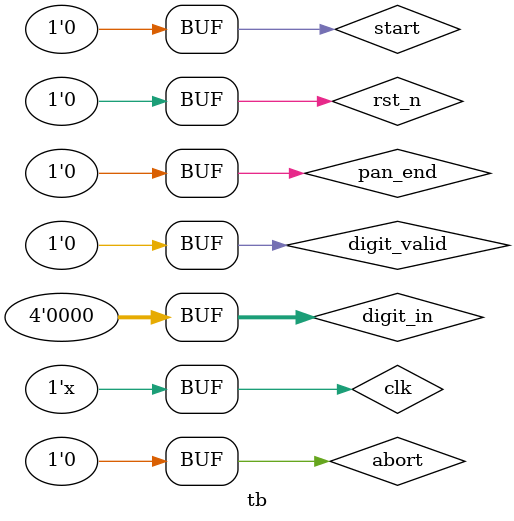
<source format=sv>
`timescale 1ns/1ps
`default_nettype none

module tb;

  reg clk = 0;
  reg rst_n = 0;

  reg start = 0;
  reg pan_end = 0;
  reg digit_valid = 0;
  reg [3:0] digit_in = 0;
  reg abort = 0;

  wire [3:0] s_digit;
  wire s_valid, s_first, s_last;
  wire [4:0] len_count, len_final;
  wire len_parity, length_ok;
  wire [31:0] iin_prefix;
  wire [3:0] iin_digits_captured;
  wire iin_ready;
  wire in_progress, card_done, digit_ok, error_flag;
  wire [75:0] pan_bcd;
  wire pan_ready;

  // 100 MHz clock
  always #5 clk = ~clk;

  pan_stream dut (
    .clk(clk), .rst_n(rst_n),
    .start(start), .pan_end(pan_end),
    .digit_valid(digit_valid), .digit_in(digit_in),
    .abort(abort),

    .s_digit(s_digit), .s_valid(s_valid),
    .s_first(s_first), .s_last(s_last),

    .len_count(len_count), .len_final(len_final),
    .len_parity(len_parity), .length_ok(length_ok),

    .iin_prefix(iin_prefix), .iin_digits_captured(iin_digits_captured),
    .iin_ready(iin_ready),

    .in_progress(in_progress), .card_done(card_done),
    .digit_ok(digit_ok), .error_flag(error_flag),

    .pan_bcd(pan_bcd), .pan_ready(pan_ready)
  );

endmodule

`default_nettype wire
</source>
